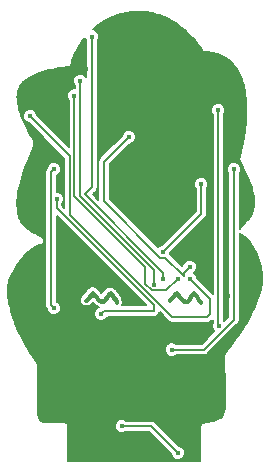
<source format=gbl>
G04 #@! TF.GenerationSoftware,KiCad,Pcbnew,(6.0.0-rc1-dev-1248-ged6c68a1e)*
G04 #@! TF.CreationDate,2018-11-30T22:55:46-05:00*
G04 #@! TF.ProjectId,cuttle2fish,63757474-6c65-4326-9669-73682e6b6963,rev?*
G04 #@! TF.SameCoordinates,Original*
G04 #@! TF.FileFunction,Copper,L2,Bot*
G04 #@! TF.FilePolarity,Positive*
%FSLAX46Y46*%
G04 Gerber Fmt 4.6, Leading zero omitted, Abs format (unit mm)*
G04 Created by KiCad (PCBNEW (6.0.0-rc1-dev-1248-ged6c68a1e)) date 11/30/2018 10:55:46 PM*
%MOMM*%
%LPD*%
G01*
G04 APERTURE LIST*
G04 #@! TA.AperFunction,EtchedComponent*
%ADD10C,0.001772*%
G04 #@! TD*
G04 #@! TA.AperFunction,ViaPad*
%ADD11C,0.400000*%
G04 #@! TD*
G04 #@! TA.AperFunction,Conductor*
%ADD12C,0.160000*%
G04 #@! TD*
G04 #@! TA.AperFunction,Conductor*
%ADD13C,0.200000*%
G04 #@! TD*
G04 APERTURE END LIST*
D10*
G04 #@! TO.C,svg2mod*
G36*
X110687822Y-75084315D02*
X110684653Y-74871827D01*
X110574449Y-74681148D01*
X110434558Y-74460010D01*
X110278340Y-74250190D01*
X110095661Y-74063295D01*
X109876258Y-74098327D01*
X109727264Y-74271314D01*
X109619840Y-74438324D01*
X109510167Y-74603872D01*
X109388542Y-74760708D01*
X109171760Y-74707983D01*
X109019946Y-74533646D01*
X108901262Y-74355626D01*
X108771633Y-74185492D01*
X108607601Y-74049746D01*
X108411388Y-74095003D01*
X108286746Y-74255709D01*
X108164165Y-74438299D01*
X108022996Y-74606818D01*
X107858525Y-74752449D01*
X107852900Y-74875626D01*
X107950462Y-74960413D01*
X108071648Y-74937659D01*
X108238123Y-74797785D01*
X108379508Y-74632461D01*
X108496340Y-74448889D01*
X108678067Y-74524512D01*
X108790511Y-74705735D01*
X108907189Y-74851703D01*
X109054373Y-74970477D01*
X109224770Y-75044601D01*
X109411088Y-75056616D01*
X109592566Y-74966090D01*
X109729353Y-74813775D01*
X109836572Y-74638888D01*
X109918530Y-74496593D01*
X110064670Y-74456433D01*
X110186751Y-74605341D01*
X110288677Y-74772699D01*
X110399125Y-74951642D01*
X110539178Y-75106380D01*
X110687822Y-75084310D01*
X110687822Y-75084315D01*
X110687822Y-75084315D01*
G37*
X110687822Y-75084315D02*
X110684653Y-74871827D01*
X110574449Y-74681148D01*
X110434558Y-74460010D01*
X110278340Y-74250190D01*
X110095661Y-74063295D01*
X109876258Y-74098327D01*
X109727264Y-74271314D01*
X109619840Y-74438324D01*
X109510167Y-74603872D01*
X109388542Y-74760708D01*
X109171760Y-74707983D01*
X109019946Y-74533646D01*
X108901262Y-74355626D01*
X108771633Y-74185492D01*
X108607601Y-74049746D01*
X108411388Y-74095003D01*
X108286746Y-74255709D01*
X108164165Y-74438299D01*
X108022996Y-74606818D01*
X107858525Y-74752449D01*
X107852900Y-74875626D01*
X107950462Y-74960413D01*
X108071648Y-74937659D01*
X108238123Y-74797785D01*
X108379508Y-74632461D01*
X108496340Y-74448889D01*
X108678067Y-74524512D01*
X108790511Y-74705735D01*
X108907189Y-74851703D01*
X109054373Y-74970477D01*
X109224770Y-75044601D01*
X109411088Y-75056616D01*
X109592566Y-74966090D01*
X109729353Y-74813775D01*
X109836572Y-74638888D01*
X109918530Y-74496593D01*
X110064670Y-74456433D01*
X110186751Y-74605341D01*
X110288677Y-74772699D01*
X110399125Y-74951642D01*
X110539178Y-75106380D01*
X110687822Y-75084310D01*
X110687822Y-75084315D01*
G36*
X117693274Y-75141774D02*
X117768171Y-74968694D01*
X117688504Y-74789133D01*
X117569000Y-74602198D01*
X117447026Y-74416014D01*
X117311863Y-74240549D01*
X117152791Y-74085770D01*
X116942065Y-74113175D01*
X116796317Y-74275701D01*
X116686327Y-74445139D01*
X116575527Y-74614055D01*
X116457520Y-74777964D01*
X116254056Y-74748866D01*
X116106283Y-74595642D01*
X115980578Y-74406637D01*
X115846117Y-74223773D01*
X115678017Y-74072586D01*
X115463424Y-74126450D01*
X115324353Y-74306279D01*
X115211656Y-74476317D01*
X115079294Y-74631357D01*
X114920172Y-74758286D01*
X114905635Y-74883758D01*
X115001575Y-74975909D01*
X115126356Y-74956321D01*
X115300795Y-74813351D01*
X115446637Y-74640861D01*
X115572674Y-74453240D01*
X115727209Y-74537332D01*
X115824507Y-74701130D01*
X115985169Y-74892091D01*
X116189411Y-75035031D01*
X116430814Y-75087142D01*
X116607936Y-75021489D01*
X116744726Y-74889125D01*
X116849006Y-74728837D01*
X116919043Y-74607354D01*
X116997056Y-74490973D01*
X117155138Y-74505586D01*
X117259358Y-74646166D01*
X117387645Y-74856249D01*
X117521495Y-75062627D01*
X117693274Y-75141774D01*
X117693274Y-75141774D01*
G37*
X117693274Y-75141774D02*
X117768171Y-74968694D01*
X117688504Y-74789133D01*
X117569000Y-74602198D01*
X117447026Y-74416014D01*
X117311863Y-74240549D01*
X117152791Y-74085770D01*
X116942065Y-74113175D01*
X116796317Y-74275701D01*
X116686327Y-74445139D01*
X116575527Y-74614055D01*
X116457520Y-74777964D01*
X116254056Y-74748866D01*
X116106283Y-74595642D01*
X115980578Y-74406637D01*
X115846117Y-74223773D01*
X115678017Y-74072586D01*
X115463424Y-74126450D01*
X115324353Y-74306279D01*
X115211656Y-74476317D01*
X115079294Y-74631357D01*
X114920172Y-74758286D01*
X114905635Y-74883758D01*
X115001575Y-74975909D01*
X115126356Y-74956321D01*
X115300795Y-74813351D01*
X115446637Y-74640861D01*
X115572674Y-74453240D01*
X115727209Y-74537332D01*
X115824507Y-74701130D01*
X115985169Y-74892091D01*
X116189411Y-75035031D01*
X116430814Y-75087142D01*
X116607936Y-75021489D01*
X116744726Y-74889125D01*
X116849006Y-74728837D01*
X116919043Y-74607354D01*
X116997056Y-74490973D01*
X117155138Y-74505586D01*
X117259358Y-74646166D01*
X117387645Y-74856249D01*
X117521495Y-75062627D01*
X117693274Y-75141774D01*
G04 #@! TD*
D11*
G04 #@! TO.N,GND*
X108250000Y-88000000D03*
X108250000Y-85500000D03*
X112500000Y-83500000D03*
X115500000Y-83500000D03*
X120000000Y-74500000D03*
X117250000Y-67040000D03*
X111250000Y-65000000D03*
X103000000Y-72750000D03*
X104500000Y-76500000D03*
X103250000Y-67500000D03*
X109500000Y-57200000D03*
X113500000Y-55250000D03*
X110000000Y-73000000D03*
X108000000Y-55250000D03*
G04 #@! TO.N,/RESET*
X117750000Y-65000000D03*
X114500000Y-70750000D03*
G04 #@! TO.N,+5V*
X115750000Y-87750000D03*
X111000000Y-85500000D03*
G04 #@! TO.N,/SWCLK*
X119180000Y-58750000D03*
X119250000Y-77000000D03*
G04 #@! TO.N,/SWDIO*
X115250000Y-79000000D03*
X120500000Y-63750000D03*
G04 #@! TO.N,/USART1_TX*
X115750000Y-73000000D03*
X107000000Y-57500000D03*
G04 #@! TO.N,/USART1_RX*
X116750000Y-73000000D03*
X103250000Y-59250000D03*
G04 #@! TO.N,/PB0*
X105500000Y-66250000D03*
X109250000Y-76000000D03*
G04 #@! TO.N,/PB1*
X105250000Y-75500000D03*
X105250000Y-63750000D03*
G04 #@! TO.N,/BUTTON*
X116750000Y-72000000D03*
X111600000Y-61000000D03*
G04 #@! TO.N,/SPI1_SCK*
X113750000Y-73500000D03*
X107500000Y-56250000D03*
G04 #@! TO.N,/SPI1_MOSI*
X114500000Y-73000000D03*
X108500000Y-52500000D03*
G04 #@! TD*
D12*
G04 #@! TO.N,/RESET*
X117750000Y-65000000D02*
X117750000Y-67500000D01*
X117750000Y-67500000D02*
X114500000Y-70750000D01*
G04 #@! TO.N,+5V*
X115750000Y-87750000D02*
X113500000Y-85500000D01*
X113500000Y-85500000D02*
X111000000Y-85500000D01*
G04 #@! TO.N,/SWCLK*
X119180000Y-58750000D02*
X119180000Y-76930000D01*
X119180000Y-76930000D02*
X119250000Y-77000000D01*
G04 #@! TO.N,/SWDIO*
X117960402Y-79000000D02*
X120500000Y-76460402D01*
X115250000Y-79000000D02*
X117960402Y-79000000D01*
X120500000Y-76460402D02*
X120500000Y-63750000D01*
G04 #@! TO.N,/USART1_TX*
X113539598Y-74000000D02*
X113000000Y-73460402D01*
X115750000Y-73000000D02*
X114750000Y-74000000D01*
X114750000Y-74000000D02*
X113539598Y-74000000D01*
X107000000Y-66009130D02*
X107000000Y-57500000D01*
X113000000Y-73460402D02*
X113000000Y-72009130D01*
X113000000Y-72009130D02*
X107000000Y-66009130D01*
G04 #@! TO.N,/USART1_RX*
X106639990Y-62639990D02*
X103250000Y-59250000D01*
X118500000Y-74750000D02*
X118500000Y-76000000D01*
X116750000Y-73000000D02*
X118500000Y-74750000D01*
X118500000Y-76000000D02*
X118250000Y-76250000D01*
X115280468Y-76250000D02*
X106639990Y-67609522D01*
X118250000Y-76250000D02*
X115280468Y-76250000D01*
X106639990Y-67609522D02*
X106639990Y-62639990D01*
G04 #@! TO.N,/PB0*
X105500000Y-66250000D02*
X105500000Y-67000000D01*
X105500000Y-67000000D02*
X113750000Y-75250000D01*
X113750000Y-75250000D02*
X113750000Y-75750000D01*
X113750000Y-75750000D02*
X109500000Y-75750000D01*
X109500000Y-75750000D02*
X109250000Y-76000000D01*
G04 #@! TO.N,/PB1*
X105019999Y-63980001D02*
X105250000Y-63750000D01*
X105250000Y-75500000D02*
X105019999Y-75269999D01*
X105019999Y-75269999D02*
X105019999Y-63980001D01*
G04 #@! TO.N,/BUTTON*
X114269599Y-71230001D02*
X109500000Y-66460402D01*
X114690403Y-71230001D02*
X114269599Y-71230001D01*
X116269999Y-72809597D02*
X114690403Y-71230001D01*
X116750000Y-72000000D02*
X116269999Y-72480001D01*
X116269999Y-72480001D02*
X116269999Y-72809597D01*
X109500000Y-63100000D02*
X111600000Y-61000000D01*
X109500000Y-66460402D02*
X109500000Y-63100000D01*
G04 #@! TO.N,/SPI1_SCK*
X107500000Y-56250000D02*
X107500000Y-66000000D01*
X113750000Y-72250000D02*
X113750000Y-73500000D01*
X107500000Y-66000000D02*
X113750000Y-72250000D01*
G04 #@! TO.N,/SPI1_MOSI*
X107879565Y-65870435D02*
X108500000Y-65250000D01*
X108500000Y-65250000D02*
X108500000Y-52500000D01*
X114110009Y-72100879D02*
X107879565Y-65870435D01*
X114500000Y-72490870D02*
X114110009Y-72100879D01*
X114500000Y-73000000D02*
X114500000Y-72490870D01*
G04 #@! TD*
D13*
G04 #@! TO.N,GND*
G36*
X107900000Y-52619347D02*
X107991344Y-52839873D01*
X108020001Y-52868530D01*
X108020001Y-55937516D01*
X108008656Y-55910127D01*
X107839873Y-55741344D01*
X107619347Y-55650000D01*
X107380653Y-55650000D01*
X107160127Y-55741344D01*
X106991344Y-55910127D01*
X106900000Y-56130653D01*
X106900000Y-56369347D01*
X106991344Y-56589873D01*
X107020000Y-56618529D01*
X107020000Y-56900000D01*
X106880653Y-56900000D01*
X106660127Y-56991344D01*
X106491344Y-57160127D01*
X106400000Y-57380653D01*
X106400000Y-57619347D01*
X106491344Y-57839873D01*
X106520001Y-57868530D01*
X106520000Y-61841178D01*
X103850000Y-59171179D01*
X103850000Y-59130653D01*
X103758656Y-58910127D01*
X103589873Y-58741344D01*
X103369347Y-58650000D01*
X103130653Y-58650000D01*
X102910127Y-58741344D01*
X102741344Y-58910127D01*
X102650000Y-59130653D01*
X102650000Y-59369347D01*
X102741344Y-59589873D01*
X102910127Y-59758656D01*
X103130653Y-59850000D01*
X103171179Y-59850000D01*
X106159991Y-62838814D01*
X106159990Y-66981169D01*
X105980000Y-66801179D01*
X105980000Y-66618529D01*
X106008656Y-66589873D01*
X106100000Y-66369347D01*
X106100000Y-66130653D01*
X106008656Y-65910127D01*
X105839873Y-65741344D01*
X105619347Y-65650000D01*
X105499999Y-65650000D01*
X105499999Y-64295883D01*
X105589873Y-64258656D01*
X105758656Y-64089873D01*
X105850000Y-63869347D01*
X105850000Y-63630653D01*
X105758656Y-63410127D01*
X105589873Y-63241344D01*
X105369347Y-63150000D01*
X105130653Y-63150000D01*
X104910127Y-63241344D01*
X104741344Y-63410127D01*
X104650000Y-63630653D01*
X104650000Y-63669770D01*
X104584373Y-63767988D01*
X104567851Y-63792715D01*
X104530597Y-63980001D01*
X104540000Y-64027272D01*
X104539999Y-75222733D01*
X104530597Y-75269999D01*
X104539999Y-75317265D01*
X104539999Y-75317269D01*
X104567850Y-75457284D01*
X104650000Y-75580231D01*
X104650000Y-75619347D01*
X104741344Y-75839873D01*
X104910127Y-76008656D01*
X105130653Y-76100000D01*
X105369347Y-76100000D01*
X105589873Y-76008656D01*
X105758656Y-75839873D01*
X105850000Y-75619347D01*
X105850000Y-75380653D01*
X105758656Y-75160127D01*
X105589873Y-74991344D01*
X105499999Y-74954117D01*
X105499999Y-67678820D01*
X113091178Y-75270000D01*
X111036628Y-75270000D01*
X111058192Y-75237727D01*
X111058785Y-75234743D01*
X111060439Y-75232187D01*
X111065270Y-75205852D01*
X111076706Y-75181664D01*
X111079112Y-75132558D01*
X111088708Y-75084315D01*
X111088708Y-75084310D01*
X111088115Y-75081327D01*
X111088663Y-75078337D01*
X111085494Y-74865849D01*
X111080555Y-74842821D01*
X111082085Y-74819320D01*
X111064288Y-74766968D01*
X111052694Y-74712909D01*
X111039321Y-74693527D01*
X111031740Y-74671227D01*
X110921535Y-74480547D01*
X110916164Y-74474429D01*
X110913238Y-74466832D01*
X110773347Y-74245693D01*
X110762723Y-74234524D01*
X110756108Y-74220605D01*
X110599891Y-74010785D01*
X110579801Y-73992645D01*
X110565024Y-73969973D01*
X110382345Y-73783078D01*
X110354131Y-73763757D01*
X110330889Y-73738677D01*
X110290219Y-73719990D01*
X110253288Y-73694699D01*
X110219827Y-73687645D01*
X110188757Y-73673369D01*
X110144033Y-73671668D01*
X110100234Y-73662435D01*
X110066620Y-73668724D01*
X110032452Y-73667424D01*
X109813049Y-73702455D01*
X109755185Y-73723885D01*
X109695747Y-73740382D01*
X109682334Y-73750866D01*
X109666368Y-73756779D01*
X109621117Y-73798713D01*
X109572508Y-73836707D01*
X109423514Y-74009693D01*
X109409658Y-74034196D01*
X109390103Y-74054445D01*
X109288053Y-74213102D01*
X109234816Y-74133249D01*
X109225765Y-74124179D01*
X109220137Y-74112668D01*
X109090508Y-73942534D01*
X109056150Y-73912195D01*
X109027220Y-73876648D01*
X108863188Y-73740901D01*
X108839614Y-73728176D01*
X108820108Y-73709819D01*
X108771389Y-73691350D01*
X108725543Y-73666603D01*
X108698896Y-73663868D01*
X108673847Y-73654372D01*
X108621769Y-73655952D01*
X108569942Y-73650633D01*
X108544278Y-73658304D01*
X108517502Y-73659116D01*
X108321288Y-73704373D01*
X108268087Y-73728325D01*
X108212746Y-73746792D01*
X108197302Y-73760195D01*
X108178660Y-73768588D01*
X108138682Y-73811068D01*
X108094612Y-73849314D01*
X107969970Y-74010021D01*
X107963759Y-74022453D01*
X107953909Y-74032260D01*
X107843187Y-74197186D01*
X107734871Y-74326486D01*
X107592768Y-74452311D01*
X107590909Y-74454758D01*
X107588283Y-74456344D01*
X107543682Y-74516917D01*
X107498140Y-74576859D01*
X107497359Y-74579829D01*
X107495539Y-74582301D01*
X107477505Y-74655367D01*
X107458377Y-74728138D01*
X107458792Y-74731179D01*
X107458056Y-74734162D01*
X107452431Y-74857338D01*
X107455941Y-74880452D01*
X107452994Y-74903643D01*
X107467590Y-74957151D01*
X107475917Y-75011983D01*
X107488005Y-75031993D01*
X107494157Y-75054547D01*
X107528119Y-75098398D01*
X107556795Y-75145868D01*
X107575619Y-75159728D01*
X107589935Y-75178213D01*
X107687496Y-75263000D01*
X107707811Y-75274607D01*
X107724172Y-75291324D01*
X107775162Y-75313090D01*
X107823308Y-75340599D01*
X107846517Y-75343548D01*
X107868031Y-75352732D01*
X107923475Y-75353328D01*
X107978478Y-75360318D01*
X108001045Y-75354162D01*
X108024440Y-75354414D01*
X108145626Y-75331660D01*
X108168231Y-75322580D01*
X108192446Y-75319912D01*
X108240209Y-75293668D01*
X108290772Y-75273358D01*
X108308179Y-75256321D01*
X108329533Y-75244588D01*
X108496008Y-75104713D01*
X108516741Y-75078846D01*
X108542791Y-75058337D01*
X108551242Y-75048455D01*
X108594049Y-75102008D01*
X108627448Y-75130146D01*
X108655433Y-75163678D01*
X108802617Y-75282452D01*
X108850269Y-75307420D01*
X108894460Y-75338087D01*
X109064857Y-75412211D01*
X109088677Y-75417387D01*
X108910127Y-75491344D01*
X108741344Y-75660127D01*
X108650000Y-75880653D01*
X108650000Y-76119347D01*
X108741344Y-76339873D01*
X108910127Y-76508656D01*
X109130653Y-76600000D01*
X109369347Y-76600000D01*
X109589873Y-76508656D01*
X109758656Y-76339873D01*
X109804166Y-76230000D01*
X113702729Y-76230000D01*
X113750000Y-76239403D01*
X113797271Y-76230000D01*
X113857589Y-76218002D01*
X113937286Y-76202149D01*
X114096060Y-76096060D01*
X114202149Y-75937286D01*
X114216547Y-75864901D01*
X114907631Y-76555984D01*
X114934408Y-76596060D01*
X115093182Y-76702149D01*
X115233197Y-76730000D01*
X115233201Y-76730000D01*
X115280467Y-76739402D01*
X115327734Y-76730000D01*
X118202734Y-76730000D01*
X118250000Y-76739402D01*
X118297266Y-76730000D01*
X118297271Y-76730000D01*
X118437286Y-76702149D01*
X118596060Y-76596060D01*
X118622839Y-76555982D01*
X118700001Y-76478820D01*
X118700001Y-76759939D01*
X118650000Y-76880653D01*
X118650000Y-77119347D01*
X118741344Y-77339873D01*
X118841526Y-77440055D01*
X117761581Y-78520000D01*
X115618529Y-78520000D01*
X115589873Y-78491344D01*
X115369347Y-78400000D01*
X115130653Y-78400000D01*
X114910127Y-78491344D01*
X114741344Y-78660127D01*
X114650000Y-78880653D01*
X114650000Y-79119347D01*
X114741344Y-79339873D01*
X114910127Y-79508656D01*
X115130653Y-79600000D01*
X115369347Y-79600000D01*
X115589873Y-79508656D01*
X115618529Y-79480000D01*
X117913136Y-79480000D01*
X117960402Y-79489402D01*
X118007668Y-79480000D01*
X118007673Y-79480000D01*
X118147688Y-79452149D01*
X118306462Y-79346060D01*
X118333241Y-79305982D01*
X120805985Y-76833239D01*
X120846060Y-76806462D01*
X120952149Y-76647688D01*
X120980000Y-76507673D01*
X120980000Y-76507669D01*
X120989402Y-76460402D01*
X120980000Y-76413136D01*
X120980000Y-69126721D01*
X120999037Y-69156788D01*
X121031469Y-69215730D01*
X121041380Y-69223665D01*
X121048173Y-69234393D01*
X121103168Y-69273130D01*
X121124338Y-69290078D01*
X121135324Y-69295780D01*
X121178269Y-69326029D01*
X121205313Y-69332104D01*
X121315111Y-69389089D01*
X121448008Y-69482847D01*
X121583897Y-69603975D01*
X121720150Y-69750856D01*
X121854436Y-69920993D01*
X121984892Y-70111488D01*
X122110029Y-70319243D01*
X122228678Y-70541140D01*
X122339857Y-70774004D01*
X122442784Y-71014770D01*
X122536724Y-71260247D01*
X122621092Y-71507432D01*
X122695274Y-71753052D01*
X122758790Y-71994071D01*
X122811153Y-72227206D01*
X122851934Y-72449048D01*
X122880798Y-72656041D01*
X122897547Y-72844158D01*
X122902345Y-73009907D01*
X122892896Y-73239418D01*
X122868491Y-73468358D01*
X122830215Y-73697097D01*
X122779169Y-73925901D01*
X122716479Y-74154987D01*
X122643335Y-74384476D01*
X122560998Y-74614405D01*
X122470773Y-74844836D01*
X122374041Y-75075782D01*
X122272163Y-75307403D01*
X122166660Y-75539609D01*
X122058560Y-75773476D01*
X121966967Y-75971147D01*
X121966410Y-75971918D01*
X121950411Y-76006878D01*
X121934243Y-76041770D01*
X121934019Y-76042694D01*
X121845664Y-76235757D01*
X121776074Y-76378360D01*
X121688287Y-76540028D01*
X121581688Y-76722787D01*
X121459040Y-76922524D01*
X121322793Y-77135983D01*
X121175497Y-77359883D01*
X121019322Y-77591594D01*
X120856758Y-77828042D01*
X120689901Y-78066750D01*
X120521132Y-78304847D01*
X120352601Y-78539784D01*
X120186573Y-78768867D01*
X120025284Y-78989442D01*
X119870804Y-79199081D01*
X119760419Y-79347884D01*
X119743877Y-79360198D01*
X119713362Y-79411318D01*
X119701828Y-79426866D01*
X119693221Y-79445059D01*
X119662314Y-79496835D01*
X119659438Y-79516465D01*
X119650952Y-79534402D01*
X119647986Y-79594634D01*
X119645069Y-79614543D01*
X119646053Y-79633874D01*
X119643125Y-79693338D01*
X119650070Y-79712755D01*
X119777087Y-82207000D01*
X119773261Y-82577026D01*
X119769454Y-82926731D01*
X119764023Y-83241422D01*
X119755228Y-83523053D01*
X119741488Y-83772437D01*
X119721507Y-83989991D01*
X119694452Y-84176178D01*
X119660169Y-84331662D01*
X119619253Y-84458039D01*
X119572508Y-84558937D01*
X119519483Y-84640616D01*
X119456671Y-84710889D01*
X119377455Y-84776284D01*
X119274459Y-84839995D01*
X119141975Y-84902414D01*
X118976707Y-84962839D01*
X118777034Y-85020775D01*
X118542063Y-85076359D01*
X118271082Y-85130307D01*
X118034752Y-85171339D01*
X118031006Y-85170570D01*
X117956527Y-85184920D01*
X117921318Y-85191033D01*
X117917846Y-85192373D01*
X117874751Y-85200676D01*
X117844327Y-85220741D01*
X117810330Y-85233859D01*
X117778550Y-85264121D01*
X117741910Y-85288286D01*
X117721482Y-85318465D01*
X117695091Y-85343596D01*
X117677309Y-85383723D01*
X117652709Y-85420065D01*
X117645385Y-85455762D01*
X117630620Y-85489081D01*
X117629547Y-85532958D01*
X117628800Y-85536601D01*
X117628585Y-85572308D01*
X117626731Y-85648162D01*
X117628108Y-85651731D01*
X117611588Y-88400000D01*
X106491437Y-88400000D01*
X106491437Y-85549254D01*
X106499041Y-85502912D01*
X106482437Y-85432023D01*
X106472219Y-85380653D01*
X110400000Y-85380653D01*
X110400000Y-85619347D01*
X110491344Y-85839873D01*
X110660127Y-86008656D01*
X110880653Y-86100000D01*
X111119347Y-86100000D01*
X111339873Y-86008656D01*
X111368529Y-85980000D01*
X113301179Y-85980000D01*
X115150000Y-87828823D01*
X115150000Y-87869347D01*
X115241344Y-88089873D01*
X115410127Y-88258656D01*
X115630653Y-88350000D01*
X115869347Y-88350000D01*
X116089873Y-88258656D01*
X116258656Y-88089873D01*
X116350000Y-87869347D01*
X116350000Y-87630653D01*
X116258656Y-87410127D01*
X116089873Y-87241344D01*
X115869347Y-87150000D01*
X115828823Y-87150000D01*
X113872839Y-85194018D01*
X113846060Y-85153940D01*
X113687286Y-85047851D01*
X113547271Y-85020000D01*
X113547266Y-85020000D01*
X113500000Y-85010598D01*
X113452734Y-85020000D01*
X111368529Y-85020000D01*
X111339873Y-84991344D01*
X111119347Y-84900000D01*
X110880653Y-84900000D01*
X110660127Y-84991344D01*
X110491344Y-85160127D01*
X110400000Y-85380653D01*
X106472219Y-85380653D01*
X106468228Y-85360590D01*
X106464344Y-85354778D01*
X106462751Y-85347975D01*
X106420290Y-85288845D01*
X106379821Y-85228278D01*
X106374008Y-85224394D01*
X106369933Y-85218719D01*
X106308074Y-85180339D01*
X106247509Y-85139871D01*
X106240652Y-85138507D01*
X106234716Y-85134824D01*
X106162883Y-85123038D01*
X106091437Y-85108826D01*
X106045371Y-85117989D01*
X105860717Y-85124218D01*
X105860672Y-85124211D01*
X105822590Y-85125504D01*
X105782023Y-85126873D01*
X105781976Y-85126884D01*
X105582572Y-85133657D01*
X105362707Y-85140402D01*
X105160603Y-85145058D01*
X104976591Y-85146896D01*
X104810589Y-85145276D01*
X104662733Y-85139679D01*
X104533270Y-85129785D01*
X104422524Y-85115590D01*
X104330738Y-85097542D01*
X104257720Y-85076626D01*
X104202212Y-85054211D01*
X104161273Y-85031400D01*
X104130246Y-85007878D01*
X104103882Y-84980912D01*
X104078251Y-84945673D01*
X104051887Y-84896937D01*
X104025360Y-84830695D01*
X104000112Y-84744742D01*
X103977491Y-84638169D01*
X103958397Y-84510835D01*
X103943242Y-84362774D01*
X103932072Y-84194104D01*
X103924677Y-84004794D01*
X103920684Y-83794674D01*
X103919626Y-83563461D01*
X103920973Y-83310750D01*
X103924161Y-83036230D01*
X103928597Y-82739876D01*
X103933085Y-82458732D01*
X103933124Y-82458552D01*
X103933716Y-82419256D01*
X103934340Y-82380140D01*
X103934307Y-82379959D01*
X103938293Y-82115183D01*
X103938396Y-82114696D01*
X103938887Y-82075693D01*
X103939471Y-82036901D01*
X103939382Y-82036413D01*
X103943021Y-81747397D01*
X103943173Y-81746665D01*
X103943516Y-81708054D01*
X103944003Y-81669366D01*
X103943866Y-81668629D01*
X103946654Y-81354710D01*
X103946843Y-81353779D01*
X103947002Y-81315498D01*
X103947345Y-81276884D01*
X103947166Y-81275943D01*
X103948577Y-80936440D01*
X103948793Y-80935348D01*
X103948740Y-80897181D01*
X103948900Y-80858775D01*
X103948686Y-80857675D01*
X103948138Y-80460269D01*
X103950422Y-80387287D01*
X103933890Y-80343552D01*
X103924705Y-80297709D01*
X103884062Y-80237064D01*
X103737958Y-80002860D01*
X103585478Y-79756615D01*
X103431828Y-79506328D01*
X103278123Y-79253422D01*
X103126299Y-79000657D01*
X102977738Y-78749901D01*
X102834100Y-78503472D01*
X102697005Y-78263642D01*
X102568080Y-78032709D01*
X102448934Y-77812960D01*
X102341357Y-77607072D01*
X102247045Y-77417643D01*
X102167917Y-77247928D01*
X102105952Y-77101844D01*
X102060023Y-76976208D01*
X101993513Y-76775699D01*
X101993391Y-76774757D01*
X101981126Y-76738355D01*
X101969007Y-76701821D01*
X101968537Y-76700994D01*
X101898909Y-76494347D01*
X101816946Y-76250340D01*
X101737283Y-76007961D01*
X101661183Y-75766625D01*
X101590110Y-75526471D01*
X101525468Y-75287595D01*
X101468600Y-75050034D01*
X101420829Y-74813936D01*
X101383408Y-74579382D01*
X101357523Y-74346318D01*
X101344336Y-74114787D01*
X101344958Y-73884524D01*
X101360277Y-73658796D01*
X101382627Y-73515887D01*
X101422961Y-73353133D01*
X101481907Y-73170571D01*
X101558501Y-72972712D01*
X101651498Y-72763305D01*
X101759508Y-72545725D01*
X101881137Y-72322971D01*
X102014892Y-72098002D01*
X102159328Y-71873544D01*
X102312928Y-71652337D01*
X102474171Y-71437024D01*
X102641431Y-71230302D01*
X102813037Y-71034807D01*
X102987238Y-70853139D01*
X103162049Y-70687964D01*
X103335267Y-70541882D01*
X103504374Y-70417377D01*
X103666348Y-70316716D01*
X103817687Y-70241581D01*
X103954441Y-70192585D01*
X104094671Y-70164104D01*
X104160731Y-70155068D01*
X104206621Y-70128263D01*
X104255631Y-70107731D01*
X104274726Y-70088482D01*
X104298137Y-70074807D01*
X104330271Y-70032489D01*
X104367700Y-69994757D01*
X104377976Y-69969663D01*
X104394370Y-69948073D01*
X104407863Y-69896678D01*
X104428003Y-69847496D01*
X104427894Y-69820380D01*
X104434778Y-69794159D01*
X104427577Y-69741514D01*
X104427363Y-69688369D01*
X104416887Y-69663362D01*
X104413212Y-69636499D01*
X104386408Y-69590611D01*
X104365875Y-69541599D01*
X104346625Y-69522503D01*
X104332951Y-69499093D01*
X104290635Y-69466961D01*
X104252902Y-69429530D01*
X104191194Y-69404261D01*
X104142302Y-69380456D01*
X104141124Y-69379575D01*
X104106938Y-69363238D01*
X104072790Y-69346612D01*
X104071363Y-69346237D01*
X104043207Y-69332782D01*
X104042940Y-69332583D01*
X104007551Y-69315743D01*
X103972416Y-69298952D01*
X103972096Y-69298870D01*
X103907790Y-69268270D01*
X103807742Y-69220220D01*
X103707661Y-69171108D01*
X103608084Y-69120605D01*
X103509347Y-69068320D01*
X103411805Y-69013884D01*
X103315841Y-68956966D01*
X103221857Y-68897271D01*
X103130160Y-68834467D01*
X103041081Y-68768247D01*
X102954894Y-68698281D01*
X102871874Y-68624243D01*
X102792207Y-68545726D01*
X102716106Y-68462323D01*
X102643738Y-68373544D01*
X102575264Y-68278826D01*
X102510878Y-68177556D01*
X102450805Y-68069063D01*
X102395323Y-67952633D01*
X102344767Y-67827505D01*
X102299562Y-67692976D01*
X102260169Y-67548274D01*
X102227135Y-67392771D01*
X102201029Y-67225786D01*
X102182456Y-67046738D01*
X102172037Y-66855101D01*
X102170396Y-66650368D01*
X102178153Y-66432099D01*
X102195915Y-66199848D01*
X102224275Y-65953242D01*
X102263817Y-65691864D01*
X102315098Y-65415379D01*
X102378665Y-65123426D01*
X102455058Y-64815624D01*
X102544798Y-64491622D01*
X102648399Y-64151046D01*
X102766366Y-63793543D01*
X102899180Y-63418782D01*
X103047379Y-63026272D01*
X103211362Y-62615860D01*
X103391719Y-62186899D01*
X103584636Y-61748773D01*
X103615265Y-61690302D01*
X103620092Y-61636706D01*
X103631751Y-61584179D01*
X103627167Y-61558141D01*
X103629538Y-61531813D01*
X103613491Y-61480458D01*
X103604160Y-61427460D01*
X103568711Y-61371784D01*
X103472312Y-61195001D01*
X103371290Y-61007756D01*
X103272111Y-60821401D01*
X103175092Y-60636017D01*
X103080615Y-60451811D01*
X102989003Y-60268887D01*
X102900640Y-60087470D01*
X102815854Y-59907701D01*
X102734928Y-59729609D01*
X102658266Y-59553520D01*
X102586152Y-59379498D01*
X102518939Y-59207795D01*
X102456905Y-59038498D01*
X102400405Y-58871936D01*
X102349701Y-58708218D01*
X102305080Y-58547575D01*
X102266806Y-58390239D01*
X102235110Y-58236397D01*
X102210203Y-58086245D01*
X102192272Y-57940014D01*
X102181462Y-57797843D01*
X102177895Y-57659877D01*
X102181665Y-57526187D01*
X102192850Y-57396788D01*
X102211533Y-57271604D01*
X102237819Y-57150462D01*
X102271873Y-57033111D01*
X102313941Y-56919214D01*
X102364373Y-56808394D01*
X102423639Y-56700264D01*
X102492345Y-56594432D01*
X102571154Y-56490649D01*
X102660821Y-56388715D01*
X102762117Y-56288561D01*
X102875771Y-56190257D01*
X103002506Y-56093933D01*
X103142956Y-55999820D01*
X103297702Y-55908181D01*
X103467243Y-55819324D01*
X103652038Y-55733549D01*
X103852506Y-55651153D01*
X104068952Y-55572450D01*
X104301782Y-55497688D01*
X104551249Y-55427143D01*
X104817746Y-55361028D01*
X105101428Y-55299595D01*
X105402731Y-55243015D01*
X105721822Y-55191501D01*
X106059079Y-55145214D01*
X106378378Y-55108510D01*
X106417102Y-55111937D01*
X106456644Y-55099513D01*
X106457925Y-55099366D01*
X106494267Y-55087692D01*
X106568914Y-55064239D01*
X106569930Y-55063389D01*
X106571189Y-55062984D01*
X106630915Y-55012320D01*
X106690917Y-54962074D01*
X106691528Y-54960902D01*
X106692539Y-54960045D01*
X106728308Y-54890421D01*
X106745954Y-54856607D01*
X106746316Y-54855370D01*
X106765257Y-54818502D01*
X106768438Y-54779756D01*
X106826764Y-54580389D01*
X106902745Y-54354263D01*
X106986950Y-54132944D01*
X107079170Y-53916523D01*
X107179170Y-53705150D01*
X107286721Y-53498965D01*
X107401625Y-53298057D01*
X107523622Y-53102624D01*
X107652506Y-52912771D01*
X107788031Y-52728670D01*
X107900000Y-52588088D01*
X107900000Y-52619347D01*
X107900000Y-52619347D01*
G37*
X107900000Y-52619347D02*
X107991344Y-52839873D01*
X108020001Y-52868530D01*
X108020001Y-55937516D01*
X108008656Y-55910127D01*
X107839873Y-55741344D01*
X107619347Y-55650000D01*
X107380653Y-55650000D01*
X107160127Y-55741344D01*
X106991344Y-55910127D01*
X106900000Y-56130653D01*
X106900000Y-56369347D01*
X106991344Y-56589873D01*
X107020000Y-56618529D01*
X107020000Y-56900000D01*
X106880653Y-56900000D01*
X106660127Y-56991344D01*
X106491344Y-57160127D01*
X106400000Y-57380653D01*
X106400000Y-57619347D01*
X106491344Y-57839873D01*
X106520001Y-57868530D01*
X106520000Y-61841178D01*
X103850000Y-59171179D01*
X103850000Y-59130653D01*
X103758656Y-58910127D01*
X103589873Y-58741344D01*
X103369347Y-58650000D01*
X103130653Y-58650000D01*
X102910127Y-58741344D01*
X102741344Y-58910127D01*
X102650000Y-59130653D01*
X102650000Y-59369347D01*
X102741344Y-59589873D01*
X102910127Y-59758656D01*
X103130653Y-59850000D01*
X103171179Y-59850000D01*
X106159991Y-62838814D01*
X106159990Y-66981169D01*
X105980000Y-66801179D01*
X105980000Y-66618529D01*
X106008656Y-66589873D01*
X106100000Y-66369347D01*
X106100000Y-66130653D01*
X106008656Y-65910127D01*
X105839873Y-65741344D01*
X105619347Y-65650000D01*
X105499999Y-65650000D01*
X105499999Y-64295883D01*
X105589873Y-64258656D01*
X105758656Y-64089873D01*
X105850000Y-63869347D01*
X105850000Y-63630653D01*
X105758656Y-63410127D01*
X105589873Y-63241344D01*
X105369347Y-63150000D01*
X105130653Y-63150000D01*
X104910127Y-63241344D01*
X104741344Y-63410127D01*
X104650000Y-63630653D01*
X104650000Y-63669770D01*
X104584373Y-63767988D01*
X104567851Y-63792715D01*
X104530597Y-63980001D01*
X104540000Y-64027272D01*
X104539999Y-75222733D01*
X104530597Y-75269999D01*
X104539999Y-75317265D01*
X104539999Y-75317269D01*
X104567850Y-75457284D01*
X104650000Y-75580231D01*
X104650000Y-75619347D01*
X104741344Y-75839873D01*
X104910127Y-76008656D01*
X105130653Y-76100000D01*
X105369347Y-76100000D01*
X105589873Y-76008656D01*
X105758656Y-75839873D01*
X105850000Y-75619347D01*
X105850000Y-75380653D01*
X105758656Y-75160127D01*
X105589873Y-74991344D01*
X105499999Y-74954117D01*
X105499999Y-67678820D01*
X113091178Y-75270000D01*
X111036628Y-75270000D01*
X111058192Y-75237727D01*
X111058785Y-75234743D01*
X111060439Y-75232187D01*
X111065270Y-75205852D01*
X111076706Y-75181664D01*
X111079112Y-75132558D01*
X111088708Y-75084315D01*
X111088708Y-75084310D01*
X111088115Y-75081327D01*
X111088663Y-75078337D01*
X111085494Y-74865849D01*
X111080555Y-74842821D01*
X111082085Y-74819320D01*
X111064288Y-74766968D01*
X111052694Y-74712909D01*
X111039321Y-74693527D01*
X111031740Y-74671227D01*
X110921535Y-74480547D01*
X110916164Y-74474429D01*
X110913238Y-74466832D01*
X110773347Y-74245693D01*
X110762723Y-74234524D01*
X110756108Y-74220605D01*
X110599891Y-74010785D01*
X110579801Y-73992645D01*
X110565024Y-73969973D01*
X110382345Y-73783078D01*
X110354131Y-73763757D01*
X110330889Y-73738677D01*
X110290219Y-73719990D01*
X110253288Y-73694699D01*
X110219827Y-73687645D01*
X110188757Y-73673369D01*
X110144033Y-73671668D01*
X110100234Y-73662435D01*
X110066620Y-73668724D01*
X110032452Y-73667424D01*
X109813049Y-73702455D01*
X109755185Y-73723885D01*
X109695747Y-73740382D01*
X109682334Y-73750866D01*
X109666368Y-73756779D01*
X109621117Y-73798713D01*
X109572508Y-73836707D01*
X109423514Y-74009693D01*
X109409658Y-74034196D01*
X109390103Y-74054445D01*
X109288053Y-74213102D01*
X109234816Y-74133249D01*
X109225765Y-74124179D01*
X109220137Y-74112668D01*
X109090508Y-73942534D01*
X109056150Y-73912195D01*
X109027220Y-73876648D01*
X108863188Y-73740901D01*
X108839614Y-73728176D01*
X108820108Y-73709819D01*
X108771389Y-73691350D01*
X108725543Y-73666603D01*
X108698896Y-73663868D01*
X108673847Y-73654372D01*
X108621769Y-73655952D01*
X108569942Y-73650633D01*
X108544278Y-73658304D01*
X108517502Y-73659116D01*
X108321288Y-73704373D01*
X108268087Y-73728325D01*
X108212746Y-73746792D01*
X108197302Y-73760195D01*
X108178660Y-73768588D01*
X108138682Y-73811068D01*
X108094612Y-73849314D01*
X107969970Y-74010021D01*
X107963759Y-74022453D01*
X107953909Y-74032260D01*
X107843187Y-74197186D01*
X107734871Y-74326486D01*
X107592768Y-74452311D01*
X107590909Y-74454758D01*
X107588283Y-74456344D01*
X107543682Y-74516917D01*
X107498140Y-74576859D01*
X107497359Y-74579829D01*
X107495539Y-74582301D01*
X107477505Y-74655367D01*
X107458377Y-74728138D01*
X107458792Y-74731179D01*
X107458056Y-74734162D01*
X107452431Y-74857338D01*
X107455941Y-74880452D01*
X107452994Y-74903643D01*
X107467590Y-74957151D01*
X107475917Y-75011983D01*
X107488005Y-75031993D01*
X107494157Y-75054547D01*
X107528119Y-75098398D01*
X107556795Y-75145868D01*
X107575619Y-75159728D01*
X107589935Y-75178213D01*
X107687496Y-75263000D01*
X107707811Y-75274607D01*
X107724172Y-75291324D01*
X107775162Y-75313090D01*
X107823308Y-75340599D01*
X107846517Y-75343548D01*
X107868031Y-75352732D01*
X107923475Y-75353328D01*
X107978478Y-75360318D01*
X108001045Y-75354162D01*
X108024440Y-75354414D01*
X108145626Y-75331660D01*
X108168231Y-75322580D01*
X108192446Y-75319912D01*
X108240209Y-75293668D01*
X108290772Y-75273358D01*
X108308179Y-75256321D01*
X108329533Y-75244588D01*
X108496008Y-75104713D01*
X108516741Y-75078846D01*
X108542791Y-75058337D01*
X108551242Y-75048455D01*
X108594049Y-75102008D01*
X108627448Y-75130146D01*
X108655433Y-75163678D01*
X108802617Y-75282452D01*
X108850269Y-75307420D01*
X108894460Y-75338087D01*
X109064857Y-75412211D01*
X109088677Y-75417387D01*
X108910127Y-75491344D01*
X108741344Y-75660127D01*
X108650000Y-75880653D01*
X108650000Y-76119347D01*
X108741344Y-76339873D01*
X108910127Y-76508656D01*
X109130653Y-76600000D01*
X109369347Y-76600000D01*
X109589873Y-76508656D01*
X109758656Y-76339873D01*
X109804166Y-76230000D01*
X113702729Y-76230000D01*
X113750000Y-76239403D01*
X113797271Y-76230000D01*
X113857589Y-76218002D01*
X113937286Y-76202149D01*
X114096060Y-76096060D01*
X114202149Y-75937286D01*
X114216547Y-75864901D01*
X114907631Y-76555984D01*
X114934408Y-76596060D01*
X115093182Y-76702149D01*
X115233197Y-76730000D01*
X115233201Y-76730000D01*
X115280467Y-76739402D01*
X115327734Y-76730000D01*
X118202734Y-76730000D01*
X118250000Y-76739402D01*
X118297266Y-76730000D01*
X118297271Y-76730000D01*
X118437286Y-76702149D01*
X118596060Y-76596060D01*
X118622839Y-76555982D01*
X118700001Y-76478820D01*
X118700001Y-76759939D01*
X118650000Y-76880653D01*
X118650000Y-77119347D01*
X118741344Y-77339873D01*
X118841526Y-77440055D01*
X117761581Y-78520000D01*
X115618529Y-78520000D01*
X115589873Y-78491344D01*
X115369347Y-78400000D01*
X115130653Y-78400000D01*
X114910127Y-78491344D01*
X114741344Y-78660127D01*
X114650000Y-78880653D01*
X114650000Y-79119347D01*
X114741344Y-79339873D01*
X114910127Y-79508656D01*
X115130653Y-79600000D01*
X115369347Y-79600000D01*
X115589873Y-79508656D01*
X115618529Y-79480000D01*
X117913136Y-79480000D01*
X117960402Y-79489402D01*
X118007668Y-79480000D01*
X118007673Y-79480000D01*
X118147688Y-79452149D01*
X118306462Y-79346060D01*
X118333241Y-79305982D01*
X120805985Y-76833239D01*
X120846060Y-76806462D01*
X120952149Y-76647688D01*
X120980000Y-76507673D01*
X120980000Y-76507669D01*
X120989402Y-76460402D01*
X120980000Y-76413136D01*
X120980000Y-69126721D01*
X120999037Y-69156788D01*
X121031469Y-69215730D01*
X121041380Y-69223665D01*
X121048173Y-69234393D01*
X121103168Y-69273130D01*
X121124338Y-69290078D01*
X121135324Y-69295780D01*
X121178269Y-69326029D01*
X121205313Y-69332104D01*
X121315111Y-69389089D01*
X121448008Y-69482847D01*
X121583897Y-69603975D01*
X121720150Y-69750856D01*
X121854436Y-69920993D01*
X121984892Y-70111488D01*
X122110029Y-70319243D01*
X122228678Y-70541140D01*
X122339857Y-70774004D01*
X122442784Y-71014770D01*
X122536724Y-71260247D01*
X122621092Y-71507432D01*
X122695274Y-71753052D01*
X122758790Y-71994071D01*
X122811153Y-72227206D01*
X122851934Y-72449048D01*
X122880798Y-72656041D01*
X122897547Y-72844158D01*
X122902345Y-73009907D01*
X122892896Y-73239418D01*
X122868491Y-73468358D01*
X122830215Y-73697097D01*
X122779169Y-73925901D01*
X122716479Y-74154987D01*
X122643335Y-74384476D01*
X122560998Y-74614405D01*
X122470773Y-74844836D01*
X122374041Y-75075782D01*
X122272163Y-75307403D01*
X122166660Y-75539609D01*
X122058560Y-75773476D01*
X121966967Y-75971147D01*
X121966410Y-75971918D01*
X121950411Y-76006878D01*
X121934243Y-76041770D01*
X121934019Y-76042694D01*
X121845664Y-76235757D01*
X121776074Y-76378360D01*
X121688287Y-76540028D01*
X121581688Y-76722787D01*
X121459040Y-76922524D01*
X121322793Y-77135983D01*
X121175497Y-77359883D01*
X121019322Y-77591594D01*
X120856758Y-77828042D01*
X120689901Y-78066750D01*
X120521132Y-78304847D01*
X120352601Y-78539784D01*
X120186573Y-78768867D01*
X120025284Y-78989442D01*
X119870804Y-79199081D01*
X119760419Y-79347884D01*
X119743877Y-79360198D01*
X119713362Y-79411318D01*
X119701828Y-79426866D01*
X119693221Y-79445059D01*
X119662314Y-79496835D01*
X119659438Y-79516465D01*
X119650952Y-79534402D01*
X119647986Y-79594634D01*
X119645069Y-79614543D01*
X119646053Y-79633874D01*
X119643125Y-79693338D01*
X119650070Y-79712755D01*
X119777087Y-82207000D01*
X119773261Y-82577026D01*
X119769454Y-82926731D01*
X119764023Y-83241422D01*
X119755228Y-83523053D01*
X119741488Y-83772437D01*
X119721507Y-83989991D01*
X119694452Y-84176178D01*
X119660169Y-84331662D01*
X119619253Y-84458039D01*
X119572508Y-84558937D01*
X119519483Y-84640616D01*
X119456671Y-84710889D01*
X119377455Y-84776284D01*
X119274459Y-84839995D01*
X119141975Y-84902414D01*
X118976707Y-84962839D01*
X118777034Y-85020775D01*
X118542063Y-85076359D01*
X118271082Y-85130307D01*
X118034752Y-85171339D01*
X118031006Y-85170570D01*
X117956527Y-85184920D01*
X117921318Y-85191033D01*
X117917846Y-85192373D01*
X117874751Y-85200676D01*
X117844327Y-85220741D01*
X117810330Y-85233859D01*
X117778550Y-85264121D01*
X117741910Y-85288286D01*
X117721482Y-85318465D01*
X117695091Y-85343596D01*
X117677309Y-85383723D01*
X117652709Y-85420065D01*
X117645385Y-85455762D01*
X117630620Y-85489081D01*
X117629547Y-85532958D01*
X117628800Y-85536601D01*
X117628585Y-85572308D01*
X117626731Y-85648162D01*
X117628108Y-85651731D01*
X117611588Y-88400000D01*
X106491437Y-88400000D01*
X106491437Y-85549254D01*
X106499041Y-85502912D01*
X106482437Y-85432023D01*
X106472219Y-85380653D01*
X110400000Y-85380653D01*
X110400000Y-85619347D01*
X110491344Y-85839873D01*
X110660127Y-86008656D01*
X110880653Y-86100000D01*
X111119347Y-86100000D01*
X111339873Y-86008656D01*
X111368529Y-85980000D01*
X113301179Y-85980000D01*
X115150000Y-87828823D01*
X115150000Y-87869347D01*
X115241344Y-88089873D01*
X115410127Y-88258656D01*
X115630653Y-88350000D01*
X115869347Y-88350000D01*
X116089873Y-88258656D01*
X116258656Y-88089873D01*
X116350000Y-87869347D01*
X116350000Y-87630653D01*
X116258656Y-87410127D01*
X116089873Y-87241344D01*
X115869347Y-87150000D01*
X115828823Y-87150000D01*
X113872839Y-85194018D01*
X113846060Y-85153940D01*
X113687286Y-85047851D01*
X113547271Y-85020000D01*
X113547266Y-85020000D01*
X113500000Y-85010598D01*
X113452734Y-85020000D01*
X111368529Y-85020000D01*
X111339873Y-84991344D01*
X111119347Y-84900000D01*
X110880653Y-84900000D01*
X110660127Y-84991344D01*
X110491344Y-85160127D01*
X110400000Y-85380653D01*
X106472219Y-85380653D01*
X106468228Y-85360590D01*
X106464344Y-85354778D01*
X106462751Y-85347975D01*
X106420290Y-85288845D01*
X106379821Y-85228278D01*
X106374008Y-85224394D01*
X106369933Y-85218719D01*
X106308074Y-85180339D01*
X106247509Y-85139871D01*
X106240652Y-85138507D01*
X106234716Y-85134824D01*
X106162883Y-85123038D01*
X106091437Y-85108826D01*
X106045371Y-85117989D01*
X105860717Y-85124218D01*
X105860672Y-85124211D01*
X105822590Y-85125504D01*
X105782023Y-85126873D01*
X105781976Y-85126884D01*
X105582572Y-85133657D01*
X105362707Y-85140402D01*
X105160603Y-85145058D01*
X104976591Y-85146896D01*
X104810589Y-85145276D01*
X104662733Y-85139679D01*
X104533270Y-85129785D01*
X104422524Y-85115590D01*
X104330738Y-85097542D01*
X104257720Y-85076626D01*
X104202212Y-85054211D01*
X104161273Y-85031400D01*
X104130246Y-85007878D01*
X104103882Y-84980912D01*
X104078251Y-84945673D01*
X104051887Y-84896937D01*
X104025360Y-84830695D01*
X104000112Y-84744742D01*
X103977491Y-84638169D01*
X103958397Y-84510835D01*
X103943242Y-84362774D01*
X103932072Y-84194104D01*
X103924677Y-84004794D01*
X103920684Y-83794674D01*
X103919626Y-83563461D01*
X103920973Y-83310750D01*
X103924161Y-83036230D01*
X103928597Y-82739876D01*
X103933085Y-82458732D01*
X103933124Y-82458552D01*
X103933716Y-82419256D01*
X103934340Y-82380140D01*
X103934307Y-82379959D01*
X103938293Y-82115183D01*
X103938396Y-82114696D01*
X103938887Y-82075693D01*
X103939471Y-82036901D01*
X103939382Y-82036413D01*
X103943021Y-81747397D01*
X103943173Y-81746665D01*
X103943516Y-81708054D01*
X103944003Y-81669366D01*
X103943866Y-81668629D01*
X103946654Y-81354710D01*
X103946843Y-81353779D01*
X103947002Y-81315498D01*
X103947345Y-81276884D01*
X103947166Y-81275943D01*
X103948577Y-80936440D01*
X103948793Y-80935348D01*
X103948740Y-80897181D01*
X103948900Y-80858775D01*
X103948686Y-80857675D01*
X103948138Y-80460269D01*
X103950422Y-80387287D01*
X103933890Y-80343552D01*
X103924705Y-80297709D01*
X103884062Y-80237064D01*
X103737958Y-80002860D01*
X103585478Y-79756615D01*
X103431828Y-79506328D01*
X103278123Y-79253422D01*
X103126299Y-79000657D01*
X102977738Y-78749901D01*
X102834100Y-78503472D01*
X102697005Y-78263642D01*
X102568080Y-78032709D01*
X102448934Y-77812960D01*
X102341357Y-77607072D01*
X102247045Y-77417643D01*
X102167917Y-77247928D01*
X102105952Y-77101844D01*
X102060023Y-76976208D01*
X101993513Y-76775699D01*
X101993391Y-76774757D01*
X101981126Y-76738355D01*
X101969007Y-76701821D01*
X101968537Y-76700994D01*
X101898909Y-76494347D01*
X101816946Y-76250340D01*
X101737283Y-76007961D01*
X101661183Y-75766625D01*
X101590110Y-75526471D01*
X101525468Y-75287595D01*
X101468600Y-75050034D01*
X101420829Y-74813936D01*
X101383408Y-74579382D01*
X101357523Y-74346318D01*
X101344336Y-74114787D01*
X101344958Y-73884524D01*
X101360277Y-73658796D01*
X101382627Y-73515887D01*
X101422961Y-73353133D01*
X101481907Y-73170571D01*
X101558501Y-72972712D01*
X101651498Y-72763305D01*
X101759508Y-72545725D01*
X101881137Y-72322971D01*
X102014892Y-72098002D01*
X102159328Y-71873544D01*
X102312928Y-71652337D01*
X102474171Y-71437024D01*
X102641431Y-71230302D01*
X102813037Y-71034807D01*
X102987238Y-70853139D01*
X103162049Y-70687964D01*
X103335267Y-70541882D01*
X103504374Y-70417377D01*
X103666348Y-70316716D01*
X103817687Y-70241581D01*
X103954441Y-70192585D01*
X104094671Y-70164104D01*
X104160731Y-70155068D01*
X104206621Y-70128263D01*
X104255631Y-70107731D01*
X104274726Y-70088482D01*
X104298137Y-70074807D01*
X104330271Y-70032489D01*
X104367700Y-69994757D01*
X104377976Y-69969663D01*
X104394370Y-69948073D01*
X104407863Y-69896678D01*
X104428003Y-69847496D01*
X104427894Y-69820380D01*
X104434778Y-69794159D01*
X104427577Y-69741514D01*
X104427363Y-69688369D01*
X104416887Y-69663362D01*
X104413212Y-69636499D01*
X104386408Y-69590611D01*
X104365875Y-69541599D01*
X104346625Y-69522503D01*
X104332951Y-69499093D01*
X104290635Y-69466961D01*
X104252902Y-69429530D01*
X104191194Y-69404261D01*
X104142302Y-69380456D01*
X104141124Y-69379575D01*
X104106938Y-69363238D01*
X104072790Y-69346612D01*
X104071363Y-69346237D01*
X104043207Y-69332782D01*
X104042940Y-69332583D01*
X104007551Y-69315743D01*
X103972416Y-69298952D01*
X103972096Y-69298870D01*
X103907790Y-69268270D01*
X103807742Y-69220220D01*
X103707661Y-69171108D01*
X103608084Y-69120605D01*
X103509347Y-69068320D01*
X103411805Y-69013884D01*
X103315841Y-68956966D01*
X103221857Y-68897271D01*
X103130160Y-68834467D01*
X103041081Y-68768247D01*
X102954894Y-68698281D01*
X102871874Y-68624243D01*
X102792207Y-68545726D01*
X102716106Y-68462323D01*
X102643738Y-68373544D01*
X102575264Y-68278826D01*
X102510878Y-68177556D01*
X102450805Y-68069063D01*
X102395323Y-67952633D01*
X102344767Y-67827505D01*
X102299562Y-67692976D01*
X102260169Y-67548274D01*
X102227135Y-67392771D01*
X102201029Y-67225786D01*
X102182456Y-67046738D01*
X102172037Y-66855101D01*
X102170396Y-66650368D01*
X102178153Y-66432099D01*
X102195915Y-66199848D01*
X102224275Y-65953242D01*
X102263817Y-65691864D01*
X102315098Y-65415379D01*
X102378665Y-65123426D01*
X102455058Y-64815624D01*
X102544798Y-64491622D01*
X102648399Y-64151046D01*
X102766366Y-63793543D01*
X102899180Y-63418782D01*
X103047379Y-63026272D01*
X103211362Y-62615860D01*
X103391719Y-62186899D01*
X103584636Y-61748773D01*
X103615265Y-61690302D01*
X103620092Y-61636706D01*
X103631751Y-61584179D01*
X103627167Y-61558141D01*
X103629538Y-61531813D01*
X103613491Y-61480458D01*
X103604160Y-61427460D01*
X103568711Y-61371784D01*
X103472312Y-61195001D01*
X103371290Y-61007756D01*
X103272111Y-60821401D01*
X103175092Y-60636017D01*
X103080615Y-60451811D01*
X102989003Y-60268887D01*
X102900640Y-60087470D01*
X102815854Y-59907701D01*
X102734928Y-59729609D01*
X102658266Y-59553520D01*
X102586152Y-59379498D01*
X102518939Y-59207795D01*
X102456905Y-59038498D01*
X102400405Y-58871936D01*
X102349701Y-58708218D01*
X102305080Y-58547575D01*
X102266806Y-58390239D01*
X102235110Y-58236397D01*
X102210203Y-58086245D01*
X102192272Y-57940014D01*
X102181462Y-57797843D01*
X102177895Y-57659877D01*
X102181665Y-57526187D01*
X102192850Y-57396788D01*
X102211533Y-57271604D01*
X102237819Y-57150462D01*
X102271873Y-57033111D01*
X102313941Y-56919214D01*
X102364373Y-56808394D01*
X102423639Y-56700264D01*
X102492345Y-56594432D01*
X102571154Y-56490649D01*
X102660821Y-56388715D01*
X102762117Y-56288561D01*
X102875771Y-56190257D01*
X103002506Y-56093933D01*
X103142956Y-55999820D01*
X103297702Y-55908181D01*
X103467243Y-55819324D01*
X103652038Y-55733549D01*
X103852506Y-55651153D01*
X104068952Y-55572450D01*
X104301782Y-55497688D01*
X104551249Y-55427143D01*
X104817746Y-55361028D01*
X105101428Y-55299595D01*
X105402731Y-55243015D01*
X105721822Y-55191501D01*
X106059079Y-55145214D01*
X106378378Y-55108510D01*
X106417102Y-55111937D01*
X106456644Y-55099513D01*
X106457925Y-55099366D01*
X106494267Y-55087692D01*
X106568914Y-55064239D01*
X106569930Y-55063389D01*
X106571189Y-55062984D01*
X106630915Y-55012320D01*
X106690917Y-54962074D01*
X106691528Y-54960902D01*
X106692539Y-54960045D01*
X106728308Y-54890421D01*
X106745954Y-54856607D01*
X106746316Y-54855370D01*
X106765257Y-54818502D01*
X106768438Y-54779756D01*
X106826764Y-54580389D01*
X106902745Y-54354263D01*
X106986950Y-54132944D01*
X107079170Y-53916523D01*
X107179170Y-53705150D01*
X107286721Y-53498965D01*
X107401625Y-53298057D01*
X107523622Y-53102624D01*
X107652506Y-52912771D01*
X107788031Y-52728670D01*
X107900000Y-52588088D01*
X107900000Y-52619347D01*
G36*
X112570203Y-50407240D02*
X112772746Y-50417002D01*
X112975370Y-50434272D01*
X113178296Y-50459167D01*
X113381435Y-50491796D01*
X113584595Y-50532259D01*
X113787683Y-50580674D01*
X113990558Y-50637155D01*
X114193048Y-50701807D01*
X114395048Y-50774760D01*
X114596419Y-50856138D01*
X114797011Y-50946058D01*
X114996682Y-51044653D01*
X115195276Y-51152042D01*
X115392725Y-51268404D01*
X115588800Y-51393829D01*
X115783371Y-51528463D01*
X115976331Y-51672481D01*
X116167466Y-51825982D01*
X116356657Y-51989137D01*
X116543716Y-52162068D01*
X116728519Y-52344957D01*
X116910848Y-52537896D01*
X117090565Y-52741065D01*
X117267481Y-52954583D01*
X117441436Y-53178613D01*
X117612219Y-53413252D01*
X117776712Y-53654325D01*
X117812013Y-53712855D01*
X117853436Y-53743399D01*
X117890169Y-53779424D01*
X117916895Y-53790191D01*
X117940089Y-53807294D01*
X117990037Y-53819659D01*
X118037769Y-53838889D01*
X118106111Y-53838224D01*
X118332777Y-53848732D01*
X118549873Y-53870193D01*
X118756440Y-53902077D01*
X118952800Y-53943924D01*
X119139358Y-53995314D01*
X119316459Y-54055840D01*
X119484569Y-54125167D01*
X119644126Y-54203008D01*
X119795542Y-54289113D01*
X119939251Y-54383307D01*
X120075613Y-54485435D01*
X120204976Y-54595389D01*
X120327621Y-54713075D01*
X120443754Y-54838369D01*
X120553574Y-54971181D01*
X120657207Y-55111363D01*
X120754767Y-55258777D01*
X120846324Y-55413224D01*
X120931933Y-55574464D01*
X121011664Y-55742289D01*
X121085549Y-55916385D01*
X121153650Y-56096478D01*
X121216016Y-56282232D01*
X121272724Y-56473357D01*
X121323835Y-56669477D01*
X121369431Y-56870240D01*
X121409602Y-57075299D01*
X121444453Y-57284337D01*
X121474073Y-57496890D01*
X121498591Y-57712717D01*
X121518114Y-57931364D01*
X121532767Y-58152443D01*
X121542686Y-58375710D01*
X121547999Y-58600697D01*
X121548845Y-58827098D01*
X121545364Y-59054519D01*
X121537699Y-59282611D01*
X121526002Y-59510960D01*
X121510413Y-59739313D01*
X121491088Y-59967258D01*
X121468178Y-60194443D01*
X121441842Y-60420483D01*
X121412232Y-60645046D01*
X121379511Y-60867747D01*
X121343829Y-61088291D01*
X121305339Y-61306350D01*
X121264213Y-61521510D01*
X121220638Y-61733304D01*
X121174728Y-61941615D01*
X121126687Y-62145906D01*
X121076683Y-62345827D01*
X121024851Y-62541154D01*
X120982936Y-62690328D01*
X120966620Y-62720130D01*
X120961616Y-62766202D01*
X120959947Y-62772143D01*
X120957369Y-62805313D01*
X120949439Y-62878328D01*
X120951220Y-62884418D01*
X120950728Y-62890748D01*
X120973496Y-62960590D01*
X120982830Y-62992509D01*
X120985684Y-62997980D01*
X121000048Y-63042042D01*
X121022139Y-63067856D01*
X121204096Y-63416631D01*
X121384975Y-63782041D01*
X121546035Y-64127692D01*
X121687843Y-64454143D01*
X121811055Y-64762105D01*
X121916278Y-65052099D01*
X122004197Y-65324760D01*
X122075519Y-65580681D01*
X122130999Y-65820475D01*
X122171451Y-66044821D01*
X122197729Y-66254443D01*
X122210731Y-66450177D01*
X122211363Y-66632981D01*
X122200503Y-66803989D01*
X122178949Y-66964496D01*
X122147365Y-67115872D01*
X122106232Y-67259634D01*
X122055870Y-67397196D01*
X121996405Y-67529992D01*
X121927902Y-67659195D01*
X121850371Y-67785860D01*
X121763863Y-67910850D01*
X121668490Y-68034899D01*
X121564469Y-68158641D01*
X121452133Y-68282630D01*
X121331897Y-68407416D01*
X121204246Y-68533554D01*
X121105312Y-68627736D01*
X121081027Y-68641098D01*
X121048197Y-68682106D01*
X121039234Y-68690639D01*
X121023621Y-68712805D01*
X120981577Y-68765323D01*
X120980000Y-68770758D01*
X120980000Y-64118529D01*
X121008656Y-64089873D01*
X121100000Y-63869347D01*
X121100000Y-63630653D01*
X121008656Y-63410127D01*
X120839873Y-63241344D01*
X120619347Y-63150000D01*
X120380653Y-63150000D01*
X120160127Y-63241344D01*
X119991344Y-63410127D01*
X119900000Y-63630653D01*
X119900000Y-63869347D01*
X119991344Y-64089873D01*
X120020001Y-64118530D01*
X120020000Y-76261580D01*
X119690055Y-76591526D01*
X119660000Y-76561471D01*
X119660000Y-59118529D01*
X119688656Y-59089873D01*
X119780000Y-58869347D01*
X119780000Y-58630653D01*
X119688656Y-58410127D01*
X119519873Y-58241344D01*
X119299347Y-58150000D01*
X119060653Y-58150000D01*
X118840127Y-58241344D01*
X118671344Y-58410127D01*
X118580000Y-58630653D01*
X118580000Y-58869347D01*
X118671344Y-59089873D01*
X118700000Y-59118529D01*
X118700001Y-74271178D01*
X117350000Y-72921179D01*
X117350000Y-72880653D01*
X117258656Y-72660127D01*
X117098529Y-72500000D01*
X117258656Y-72339873D01*
X117350000Y-72119347D01*
X117350000Y-71880653D01*
X117258656Y-71660127D01*
X117089873Y-71491344D01*
X116869347Y-71400000D01*
X116630653Y-71400000D01*
X116410127Y-71491344D01*
X116241344Y-71660127D01*
X116150000Y-71880653D01*
X116150000Y-71921179D01*
X116105201Y-71965977D01*
X115073221Y-70933998D01*
X115100000Y-70869347D01*
X115100000Y-70828821D01*
X118055984Y-67872838D01*
X118096060Y-67846060D01*
X118202149Y-67687286D01*
X118230000Y-67547271D01*
X118230000Y-67547267D01*
X118239402Y-67500001D01*
X118230000Y-67452734D01*
X118230000Y-65368529D01*
X118258656Y-65339873D01*
X118350000Y-65119347D01*
X118350000Y-64880653D01*
X118258656Y-64660127D01*
X118089873Y-64491344D01*
X117869347Y-64400000D01*
X117630653Y-64400000D01*
X117410127Y-64491344D01*
X117241344Y-64660127D01*
X117150000Y-64880653D01*
X117150000Y-65119347D01*
X117241344Y-65339873D01*
X117270000Y-65368529D01*
X117270001Y-67301177D01*
X114421179Y-70150000D01*
X114380653Y-70150000D01*
X114160127Y-70241344D01*
X114059946Y-70341525D01*
X109980000Y-66261581D01*
X109980000Y-63298821D01*
X111678822Y-61600000D01*
X111719347Y-61600000D01*
X111939873Y-61508656D01*
X112108656Y-61339873D01*
X112200000Y-61119347D01*
X112200000Y-60880653D01*
X112108656Y-60660127D01*
X111939873Y-60491344D01*
X111719347Y-60400000D01*
X111480653Y-60400000D01*
X111260127Y-60491344D01*
X111091344Y-60660127D01*
X111000000Y-60880653D01*
X111000000Y-60921178D01*
X109194016Y-62727163D01*
X109153941Y-62753940D01*
X109104940Y-62827276D01*
X109047852Y-62912714D01*
X109010598Y-63100000D01*
X109020001Y-63147271D01*
X109020000Y-66332049D01*
X108558387Y-65870436D01*
X108805987Y-65622835D01*
X108846060Y-65596060D01*
X108872835Y-65555988D01*
X108872837Y-65555986D01*
X108952149Y-65437287D01*
X108989403Y-65250000D01*
X108980000Y-65202729D01*
X108980000Y-52868529D01*
X109008656Y-52839873D01*
X109100000Y-52619347D01*
X109100000Y-52380653D01*
X109008656Y-52160127D01*
X108839873Y-51991344D01*
X108619347Y-51900000D01*
X108556565Y-51900000D01*
X108557608Y-51899033D01*
X108728277Y-51752333D01*
X108903983Y-51612383D01*
X109084504Y-51479324D01*
X109269587Y-51353315D01*
X109458989Y-51234502D01*
X109652517Y-51123006D01*
X109849869Y-51019004D01*
X110050846Y-50922620D01*
X110255228Y-50833985D01*
X110462722Y-50753265D01*
X110673134Y-50680582D01*
X110886227Y-50616072D01*
X111101798Y-50559867D01*
X111319532Y-50512124D01*
X111539290Y-50472955D01*
X111760813Y-50442506D01*
X111983855Y-50420910D01*
X112209031Y-50408256D01*
X112389054Y-50404786D01*
X112570203Y-50407240D01*
X112570203Y-50407240D01*
G37*
X112570203Y-50407240D02*
X112772746Y-50417002D01*
X112975370Y-50434272D01*
X113178296Y-50459167D01*
X113381435Y-50491796D01*
X113584595Y-50532259D01*
X113787683Y-50580674D01*
X113990558Y-50637155D01*
X114193048Y-50701807D01*
X114395048Y-50774760D01*
X114596419Y-50856138D01*
X114797011Y-50946058D01*
X114996682Y-51044653D01*
X115195276Y-51152042D01*
X115392725Y-51268404D01*
X115588800Y-51393829D01*
X115783371Y-51528463D01*
X115976331Y-51672481D01*
X116167466Y-51825982D01*
X116356657Y-51989137D01*
X116543716Y-52162068D01*
X116728519Y-52344957D01*
X116910848Y-52537896D01*
X117090565Y-52741065D01*
X117267481Y-52954583D01*
X117441436Y-53178613D01*
X117612219Y-53413252D01*
X117776712Y-53654325D01*
X117812013Y-53712855D01*
X117853436Y-53743399D01*
X117890169Y-53779424D01*
X117916895Y-53790191D01*
X117940089Y-53807294D01*
X117990037Y-53819659D01*
X118037769Y-53838889D01*
X118106111Y-53838224D01*
X118332777Y-53848732D01*
X118549873Y-53870193D01*
X118756440Y-53902077D01*
X118952800Y-53943924D01*
X119139358Y-53995314D01*
X119316459Y-54055840D01*
X119484569Y-54125167D01*
X119644126Y-54203008D01*
X119795542Y-54289113D01*
X119939251Y-54383307D01*
X120075613Y-54485435D01*
X120204976Y-54595389D01*
X120327621Y-54713075D01*
X120443754Y-54838369D01*
X120553574Y-54971181D01*
X120657207Y-55111363D01*
X120754767Y-55258777D01*
X120846324Y-55413224D01*
X120931933Y-55574464D01*
X121011664Y-55742289D01*
X121085549Y-55916385D01*
X121153650Y-56096478D01*
X121216016Y-56282232D01*
X121272724Y-56473357D01*
X121323835Y-56669477D01*
X121369431Y-56870240D01*
X121409602Y-57075299D01*
X121444453Y-57284337D01*
X121474073Y-57496890D01*
X121498591Y-57712717D01*
X121518114Y-57931364D01*
X121532767Y-58152443D01*
X121542686Y-58375710D01*
X121547999Y-58600697D01*
X121548845Y-58827098D01*
X121545364Y-59054519D01*
X121537699Y-59282611D01*
X121526002Y-59510960D01*
X121510413Y-59739313D01*
X121491088Y-59967258D01*
X121468178Y-60194443D01*
X121441842Y-60420483D01*
X121412232Y-60645046D01*
X121379511Y-60867747D01*
X121343829Y-61088291D01*
X121305339Y-61306350D01*
X121264213Y-61521510D01*
X121220638Y-61733304D01*
X121174728Y-61941615D01*
X121126687Y-62145906D01*
X121076683Y-62345827D01*
X121024851Y-62541154D01*
X120982936Y-62690328D01*
X120966620Y-62720130D01*
X120961616Y-62766202D01*
X120959947Y-62772143D01*
X120957369Y-62805313D01*
X120949439Y-62878328D01*
X120951220Y-62884418D01*
X120950728Y-62890748D01*
X120973496Y-62960590D01*
X120982830Y-62992509D01*
X120985684Y-62997980D01*
X121000048Y-63042042D01*
X121022139Y-63067856D01*
X121204096Y-63416631D01*
X121384975Y-63782041D01*
X121546035Y-64127692D01*
X121687843Y-64454143D01*
X121811055Y-64762105D01*
X121916278Y-65052099D01*
X122004197Y-65324760D01*
X122075519Y-65580681D01*
X122130999Y-65820475D01*
X122171451Y-66044821D01*
X122197729Y-66254443D01*
X122210731Y-66450177D01*
X122211363Y-66632981D01*
X122200503Y-66803989D01*
X122178949Y-66964496D01*
X122147365Y-67115872D01*
X122106232Y-67259634D01*
X122055870Y-67397196D01*
X121996405Y-67529992D01*
X121927902Y-67659195D01*
X121850371Y-67785860D01*
X121763863Y-67910850D01*
X121668490Y-68034899D01*
X121564469Y-68158641D01*
X121452133Y-68282630D01*
X121331897Y-68407416D01*
X121204246Y-68533554D01*
X121105312Y-68627736D01*
X121081027Y-68641098D01*
X121048197Y-68682106D01*
X121039234Y-68690639D01*
X121023621Y-68712805D01*
X120981577Y-68765323D01*
X120980000Y-68770758D01*
X120980000Y-64118529D01*
X121008656Y-64089873D01*
X121100000Y-63869347D01*
X121100000Y-63630653D01*
X121008656Y-63410127D01*
X120839873Y-63241344D01*
X120619347Y-63150000D01*
X120380653Y-63150000D01*
X120160127Y-63241344D01*
X119991344Y-63410127D01*
X119900000Y-63630653D01*
X119900000Y-63869347D01*
X119991344Y-64089873D01*
X120020001Y-64118530D01*
X120020000Y-76261580D01*
X119690055Y-76591526D01*
X119660000Y-76561471D01*
X119660000Y-59118529D01*
X119688656Y-59089873D01*
X119780000Y-58869347D01*
X119780000Y-58630653D01*
X119688656Y-58410127D01*
X119519873Y-58241344D01*
X119299347Y-58150000D01*
X119060653Y-58150000D01*
X118840127Y-58241344D01*
X118671344Y-58410127D01*
X118580000Y-58630653D01*
X118580000Y-58869347D01*
X118671344Y-59089873D01*
X118700000Y-59118529D01*
X118700001Y-74271178D01*
X117350000Y-72921179D01*
X117350000Y-72880653D01*
X117258656Y-72660127D01*
X117098529Y-72500000D01*
X117258656Y-72339873D01*
X117350000Y-72119347D01*
X117350000Y-71880653D01*
X117258656Y-71660127D01*
X117089873Y-71491344D01*
X116869347Y-71400000D01*
X116630653Y-71400000D01*
X116410127Y-71491344D01*
X116241344Y-71660127D01*
X116150000Y-71880653D01*
X116150000Y-71921179D01*
X116105201Y-71965977D01*
X115073221Y-70933998D01*
X115100000Y-70869347D01*
X115100000Y-70828821D01*
X118055984Y-67872838D01*
X118096060Y-67846060D01*
X118202149Y-67687286D01*
X118230000Y-67547271D01*
X118230000Y-67547267D01*
X118239402Y-67500001D01*
X118230000Y-67452734D01*
X118230000Y-65368529D01*
X118258656Y-65339873D01*
X118350000Y-65119347D01*
X118350000Y-64880653D01*
X118258656Y-64660127D01*
X118089873Y-64491344D01*
X117869347Y-64400000D01*
X117630653Y-64400000D01*
X117410127Y-64491344D01*
X117241344Y-64660127D01*
X117150000Y-64880653D01*
X117150000Y-65119347D01*
X117241344Y-65339873D01*
X117270000Y-65368529D01*
X117270001Y-67301177D01*
X114421179Y-70150000D01*
X114380653Y-70150000D01*
X114160127Y-70241344D01*
X114059946Y-70341525D01*
X109980000Y-66261581D01*
X109980000Y-63298821D01*
X111678822Y-61600000D01*
X111719347Y-61600000D01*
X111939873Y-61508656D01*
X112108656Y-61339873D01*
X112200000Y-61119347D01*
X112200000Y-60880653D01*
X112108656Y-60660127D01*
X111939873Y-60491344D01*
X111719347Y-60400000D01*
X111480653Y-60400000D01*
X111260127Y-60491344D01*
X111091344Y-60660127D01*
X111000000Y-60880653D01*
X111000000Y-60921178D01*
X109194016Y-62727163D01*
X109153941Y-62753940D01*
X109104940Y-62827276D01*
X109047852Y-62912714D01*
X109010598Y-63100000D01*
X109020001Y-63147271D01*
X109020000Y-66332049D01*
X108558387Y-65870436D01*
X108805987Y-65622835D01*
X108846060Y-65596060D01*
X108872835Y-65555988D01*
X108872837Y-65555986D01*
X108952149Y-65437287D01*
X108989403Y-65250000D01*
X108980000Y-65202729D01*
X108980000Y-52868529D01*
X109008656Y-52839873D01*
X109100000Y-52619347D01*
X109100000Y-52380653D01*
X109008656Y-52160127D01*
X108839873Y-51991344D01*
X108619347Y-51900000D01*
X108556565Y-51900000D01*
X108557608Y-51899033D01*
X108728277Y-51752333D01*
X108903983Y-51612383D01*
X109084504Y-51479324D01*
X109269587Y-51353315D01*
X109458989Y-51234502D01*
X109652517Y-51123006D01*
X109849869Y-51019004D01*
X110050846Y-50922620D01*
X110255228Y-50833985D01*
X110462722Y-50753265D01*
X110673134Y-50680582D01*
X110886227Y-50616072D01*
X111101798Y-50559867D01*
X111319532Y-50512124D01*
X111539290Y-50472955D01*
X111760813Y-50442506D01*
X111983855Y-50420910D01*
X112209031Y-50408256D01*
X112389054Y-50404786D01*
X112570203Y-50407240D01*
G04 #@! TD*
M02*

</source>
